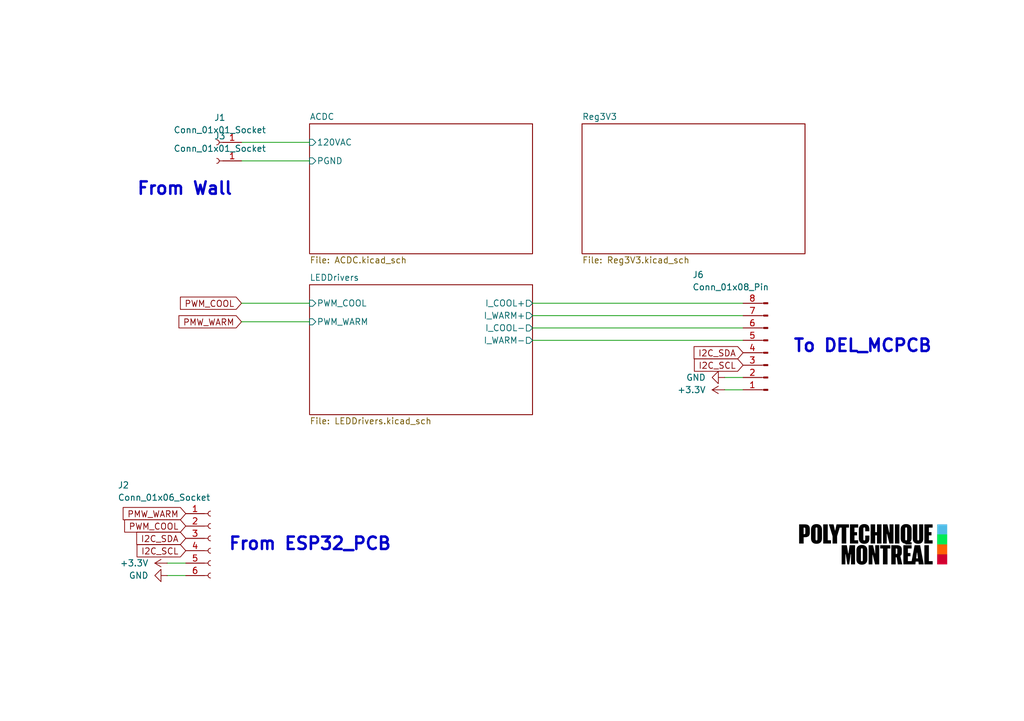
<source format=kicad_sch>
(kicad_sch (version 20250114) (generator "eeschema") (generator_version "9.0")
  (paper "A5")
  (title_block (title "POWER_PCB") (date "2025-10-24") (comment 1 "By : Mattias Vinet-Larouche"))
  (lib_symbols
    (symbol "Connector:Conn_01x01_Socket" (pin_names (offset 1.016) (hide yes))
      (property "Reference" "J" (at 0 2.54 0))
      (property "Value" "Conn_01x01_Socket" (at 0 -2.54 0))
      (symbol "Conn_01x01_Socket_1_1"
        (polyline (pts (xy -1.27 0) (xy -0.508 0)) (stroke (width 0.1524)))
        (arc (start 0 -0.508) (mid -0.5058 0) (end 0 0.508) (stroke (width 0.1524)))
        (pin passive line (at -5.08 0 0) (length 3.81) (name "Pin_1") (number "1"))
      )
    )
    (symbol "Connector:Conn_01x06_Socket" (pin_names (offset 1.016) (hide yes))
      (property "Reference" "J" (at 0 7.62 0))
      (property "Value" "Conn_01x06_Socket" (at 0 -10.16 0))
      (symbol "Conn_01x06_Socket_1_1"
        (polyline (pts (xy -1.27 5.08) (xy -0.508 5.08)) (stroke (width 0.1524)))
        (polyline (pts (xy -1.27 2.54) (xy -0.508 2.54)) (stroke (width 0.1524)))
        (polyline (pts (xy -1.27 0) (xy -0.508 0)) (stroke (width 0.1524)))
        (polyline (pts (xy -1.27 -2.54) (xy -0.508 -2.54)) (stroke (width 0.1524)))
        (polyline (pts (xy -1.27 -5.08) (xy -0.508 -5.08)) (stroke (width 0.1524)))
        (polyline (pts (xy -1.27 -7.62) (xy -0.508 -7.62)) (stroke (width 0.1524)))
        (arc (start 0 4.572) (mid -0.5058 5.08) (end 0 5.588) (stroke (width 0.1524)))
        (arc (start 0 2.032) (mid -0.5058 2.54) (end 0 3.048) (stroke (width 0.1524)))
        (arc (start 0 -0.508) (mid -0.5058 0) (end 0 0.508) (stroke (width 0.1524)))
        (arc (start 0 -3.048) (mid -0.5058 -2.54) (end 0 -2.032) (stroke (width 0.1524)))
        (arc (start 0 -5.588) (mid -0.5058 -5.08) (end 0 -4.572) (stroke (width 0.1524)))
        (arc (start 0 -8.128) (mid -0.5058 -7.62) (end 0 -7.112) (stroke (width 0.1524)))
        (pin passive line (at -5.08 5.08 0) (length 3.81) (name "Pin_1") (number "1"))
        (pin passive line (at -5.08 2.54 0) (length 3.81) (name "Pin_2") (number "2"))
        (pin passive line (at -5.08 0 0) (length 3.81) (name "Pin_3") (number "3"))
        (pin passive line (at -5.08 -2.54 0) (length 3.81) (name "Pin_4") (number "4"))
        (pin passive line (at -5.08 -5.08 0) (length 3.81) (name "Pin_5") (number "5"))
        (pin passive line (at -5.08 -7.62 0) (length 3.81) (name "Pin_6") (number "6"))
      )
    )
    (symbol "Connector:Conn_01x08_Pin" (pin_names (offset 1.016) (hide yes))
      (property "Reference" "J" (at 0 10.16 0))
      (property "Value" "Conn_01x08_Pin" (at 0 -12.7 0))
      (symbol "Conn_01x08_Pin_1_1"
        (rectangle (start 0.8636 7.747) (end 0 7.493) (stroke (width 0.1524)) (fill (type outline)))
        (rectangle (start 0.8636 5.207) (end 0 4.953) (stroke (width 0.1524)) (fill (type outline)))
        (rectangle (start 0.8636 2.667) (end 0 2.413) (stroke (width 0.1524)) (fill (type outline)))
        (rectangle (start 0.8636 0.127) (end 0 -0.127) (stroke (width 0.1524)) (fill (type outline)))
        (rectangle (start 0.8636 -2.413) (end 0 -2.667) (stroke (width 0.1524)) (fill (type outline)))
        (rectangle (start 0.8636 -4.953) (end 0 -5.207) (stroke (width 0.1524)) (fill (type outline)))
        (rectangle (start 0.8636 -7.493) (end 0 -7.747) (stroke (width 0.1524)) (fill (type outline)))
        (rectangle (start 0.8636 -10.033) (end 0 -10.287) (stroke (width 0.1524)) (fill (type outline)))
        (polyline (pts (xy 1.27 7.62) (xy 0.8636 7.62)) (stroke (width 0.1524)))
        (polyline (pts (xy 1.27 5.08) (xy 0.8636 5.08)) (stroke (width 0.1524)))
        (polyline (pts (xy 1.27 2.54) (xy 0.8636 2.54)) (stroke (width 0.1524)))
        (polyline (pts (xy 1.27 0) (xy 0.8636 0)) (stroke (width 0.1524)))
        (polyline (pts (xy 1.27 -2.54) (xy 0.8636 -2.54)) (stroke (width 0.1524)))
        (polyline (pts (xy 1.27 -5.08) (xy 0.8636 -5.08)) (stroke (width 0.1524)))
        (polyline (pts (xy 1.27 -7.62) (xy 0.8636 -7.62)) (stroke (width 0.1524)))
        (polyline (pts (xy 1.27 -10.16) (xy 0.8636 -10.16)) (stroke (width 0.1524)))
        (pin passive line (at 5.08 7.62 180) (length 3.81) (name "Pin_1") (number "1"))
        (pin passive line (at 5.08 5.08 180) (length 3.81) (name "Pin_2") (number "2"))
        (pin passive line (at 5.08 2.54 180) (length 3.81) (name "Pin_3") (number "3"))
        (pin passive line (at 5.08 0 180) (length 3.81) (name "Pin_4") (number "4"))
        (pin passive line (at 5.08 -2.54 180) (length 3.81) (name "Pin_5") (number "5"))
        (pin passive line (at 5.08 -5.08 180) (length 3.81) (name "Pin_6") (number "6"))
        (pin passive line (at 5.08 -7.62 180) (length 3.81) (name "Pin_7") (number "7"))
        (pin passive line (at 5.08 -10.16 180) (length 3.81) (name "Pin_8") (number "8"))
      )
    )
    (symbol "power:+3.3V" (power) (pin_numbers (hide yes)) (pin_names (offset 0) (hide yes))
      (property "Value" "+3.3V" (at 0 3.556 0))
      (symbol "+3.3V_0_1"
        (polyline (pts (xy -0.762 1.27) (xy 0 2.54)))
        (polyline (pts (xy 0 2.54) (xy 0.762 1.27)))
        (polyline (pts (xy 0 0) (xy 0 2.54)))
      )
      (symbol "+3.3V_1_1"
        (pin power_in line (at 0 0 90) (length 0) (name "~") (number "1"))
      )
    )
    (symbol "power:GND" (power) (pin_numbers (hide yes)) (pin_names (offset 0) (hide yes))
      (property "Value" "GND" (at 0 -3.81 0))
      (symbol "GND_0_1"
        (polyline (pts (xy 0 0) (xy 0 -1.27) (xy 1.27 -1.27) (xy 0 -2.54) (xy -1.27 -1.27) (xy 0 -1.27)))
      )
      (symbol "GND_1_1"
        (pin power_in line (at 0 0 270) (length 0) (name "~") (number "1"))
      )
    )
  )
  (text "From Wall" (at 27.94 38.862 0) (effects (font (size 2.54 2.54) (thickness 0.508) (bold yes)) (justify left)))
  (text "From ESP32_PCB" (at 46.736 111.76 0) (effects (font (size 2.54 2.54) (thickness 0.508) (bold yes)) (justify left)))
  (text "To DEL_MCPCB\n" (at 162.56 71.12 0) (effects (font (size 2.54 2.54) (thickness 0.508) (bold yes)) (justify left)))
  (wire (pts (xy 49.53 62.23) (xy 63.5 62.23)))
  (wire (pts (xy 34.29 118.11) (xy 38.1 118.11)))
  (wire (pts (xy 109.22 62.23) (xy 152.4 62.23)))
  (wire (pts (xy 49.53 66.04) (xy 63.5 66.04)))
  (wire (pts (xy 49.53 29.21) (xy 63.5 29.21)))
  (wire (pts (xy 109.22 64.77) (xy 152.4 64.77)))
  (wire (pts (xy 109.22 69.85) (xy 152.4 69.85)))
  (wire (pts (xy 34.29 115.57) (xy 38.1 115.57)))
  (wire (pts (xy 148.59 77.47) (xy 152.4 77.47)))
  (wire (pts (xy 49.53 33.02) (xy 63.5 33.02)))
  (wire (pts (xy 109.22 67.31) (xy 152.4 67.31)))
  (wire (pts (xy 148.59 80.01) (xy 152.4 80.01)))
  (image (at 179.0652 111.7155) (scale 0.199511))
  (global_label "PWM_COOL" (shape input) (at 38.1 107.95 180) (property "Intersheetrefs" "${INTERSHEET_REFS}" (effects (hide yes))))
  (global_label "I2C_SDA" (shape input) (at 152.4 72.39 180) (property "Intersheetrefs" "${INTERSHEET_REFS}" (effects (hide yes))))
  (global_label "I2C_SDA" (shape input) (at 38.1 110.49 180) (property "Intersheetrefs" "${INTERSHEET_REFS}" (effects (hide yes))))
  (global_label "I2C_SCL" (shape input) (at 38.1 113.03 180) (property "Intersheetrefs" "${INTERSHEET_REFS}" (effects (hide yes))))
  (global_label "PMW_WARM" (shape input) (at 49.53 66.04 180) (property "Intersheetrefs" "${INTERSHEET_REFS}" (effects (hide yes))))
  (global_label "PMW_WARM" (shape input) (at 38.1 105.41 180) (property "Intersheetrefs" "${INTERSHEET_REFS}" (effects (hide yes))))
  (global_label "I2C_SCL" (shape input) (at 152.4 74.93 180) (property "Intersheetrefs" "${INTERSHEET_REFS}" (effects (hide yes))))
  (global_label "PWM_COOL" (shape input) (at 49.53 62.23 180) (property "Intersheetrefs" "${INTERSHEET_REFS}" (effects (hide yes))))
  (symbol (lib_id "Connector:Conn_01x08_Pin") (at 157.48 72.39 180) (unit 1)
    (property "Reference" "J6" (at 141.986 56.388 0) (effects (justify right)))
    (property "Value" "Conn_01x08_Pin" (at 141.986 58.928 0) (effects (justify right)))
    (property "Footprint" "Pi3Footprints:SAMTEC_FTSH-104-01-L-DH" (effects (hide yes)))
    (property "Description" "CONN HEADER SMD R/A 8POS 1.27MM" (effects (hide yes)))
    (property "Digikey" "SAM1160-04-ND" (effects (hide yes)))
    (property "DigiLink" "https://www.digikey.ca/en/products/detail/samtec-inc/FTSH-104-01-L-DH/1110174" (effects (hide yes)))
  )
  (symbol (lib_id "power:GND") (at 148.59 77.47 270) (unit 1)
    (property "Reference" "#PWR021" (effects (hide yes)))
    (property "Value" "GND" (at 144.78 77.4699 90) (effects (justify right)))
    (property "Description" "Power symbol creates a global label with name \"GND\" , ground" (effects (hide yes)))
  )
  (symbol (lib_id "Connector:Conn_01x01_Socket") (at 44.45 33.02 180) (unit 1)
    (property "Reference" "J3" (at 45.085 27.94 0))
    (property "Value" "Conn_01x01_Socket" (at 45.085 30.48 0))
    (property "Footprint" "Library:PADPOWER" (effects (hide yes)))
    (property "Description" "Generic connector, single row, 01x01, script generated" (effects (hide yes)))
  )
  (symbol (lib_id "power:GND") (at 34.29 118.11 270) (unit 1)
    (property "Reference" "#PWR022" (effects (hide yes)))
    (property "Value" "GND" (at 30.48 118.1099 90) (effects (justify right)))
    (property "Description" "Power symbol creates a global label with name \"GND\" , ground" (effects (hide yes)))
  )
  (symbol (lib_id "Connector:Conn_01x06_Socket") (at 43.18 110.49 0) (unit 1)
    (property "Reference" "J2" (at 24.13 99.568 0) (effects (justify left)))
    (property "Value" "Conn_01x06_Socket" (at 24.13 102.108 0) (effects (justify left)))
    (property "Footprint" "Pi3Footprints:EdgeConnHolePi3" (effects (hide yes)))
    (property "Description" "Generic connector, single row, 01x06, script generated" (effects (hide yes)))
  )
  (symbol (lib_id "power:+3.3V") (at 148.59 80.01 90) (unit 1)
    (property "Reference" "#PWR020" (effects (hide yes)))
    (property "Value" "+3.3V" (at 144.78 80.0099 90) (effects (justify left)))
    (property "Description" "Power symbol creates a global label with name \"+3.3V\"" (effects (hide yes)))
  )
  (symbol (lib_id "Connector:Conn_01x01_Socket") (at 44.45 29.21 180) (unit 1)
    (property "Reference" "J1" (at 45.085 24.13 0))
    (property "Value" "Conn_01x01_Socket" (at 45.085 26.67 0))
    (property "Footprint" "Library:PADPOWER" (effects (hide yes)))
    (property "Description" "Generic connector, single row, 01x01, script generated" (effects (hide yes)))
  )
  (symbol (lib_id "power:+3.3V") (at 34.29 115.57 90) (unit 1)
    (property "Reference" "#PWR023" (effects (hide yes)))
    (property "Value" "+3.3V" (at 30.48 115.5699 90) (effects (justify left)))
    (property "Description" "Power symbol creates a global label with name \"+3.3V\"" (effects (hide yes)))
  )
  (sheet (at 119.38 25.4) (size 45.72 26.67) (stroke (width 0.1524))
    (property "Sheetname" "Reg3V3" (at 119.38 24.6884 0) (effects (justify left bottom)))
    (property "Sheetfile" "Reg3V3.kicad_sch" (at 119.38 52.6546 0) (effects (justify left top)))
  )
  (sheet (at 63.5 25.4) (size 45.72 26.67) (stroke (width 0.1524))
    (property "Sheetname" "ACDC" (at 63.5 24.6884 0) (effects (justify left bottom)))
    (property "Sheetfile" "ACDC.kicad_sch" (at 63.5 52.6546 0) (effects (justify left top)))
    (pin "120VAC" input (at 63.5 29.21 180))
    (pin "PGND" input (at 63.5 33.02 180))
  )
  (sheet (at 63.5 58.42) (size 45.72 26.67) (stroke (width 0.1524))
    (property "Sheetname" "LEDDrivers" (at 63.5 57.7084 0) (effects (justify left bottom)))
    (property "Sheetfile" "LEDDrivers.kicad_sch" (at 63.5 85.6746 0) (effects (justify left top)))
    (pin "PWM_COOL" input (at 63.5 62.23 180))
    (pin "PWM_WARM" input (at 63.5 66.04 180))
    (pin "I_COOL+" output (at 109.22 62.23 0))
    (pin "I_WARM-" output (at 109.22 69.85 0))
    (pin "I_COOL-" output (at 109.22 67.31 0))
    (pin "I_WARM+" output (at 109.22 64.77 0))
  )
)
</source>
